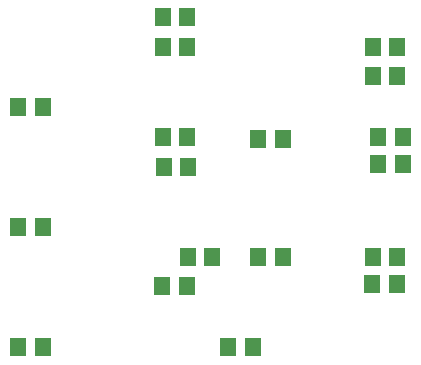
<source format=gtp>
G04 MADE WITH FRITZING*
G04 WWW.FRITZING.ORG*
G04 DOUBLE SIDED*
G04 HOLES PLATED*
G04 CONTOUR ON CENTER OF CONTOUR VECTOR*
%ASAXBY*%
%FSLAX23Y23*%
%MOIN*%
%OFA0B0*%
%SFA1.0B1.0*%
%ADD10R,0.055118X0.059055*%
%LNPASTEMASK1*%
G90*
G70*
G54D10*
X1513Y1218D03*
X1432Y1218D03*
X1813Y1428D03*
X1894Y1428D03*
X1513Y823D03*
X1432Y823D03*
X1832Y1223D03*
X1913Y1223D03*
X1413Y523D03*
X1332Y523D03*
X1813Y823D03*
X1894Y823D03*
X713Y523D03*
X632Y523D03*
X1278Y823D03*
X1197Y823D03*
X713Y923D03*
X632Y923D03*
X1113Y1223D03*
X1194Y1223D03*
X1113Y1623D03*
X1194Y1623D03*
X713Y1323D03*
X632Y1323D03*
X1894Y1523D03*
X1813Y1523D03*
X1913Y1133D03*
X1832Y1133D03*
X1893Y733D03*
X1812Y733D03*
X1193Y728D03*
X1112Y728D03*
X1198Y1123D03*
X1117Y1123D03*
X1194Y1523D03*
X1113Y1523D03*
G04 End of PasteMask1*
M02*
</source>
